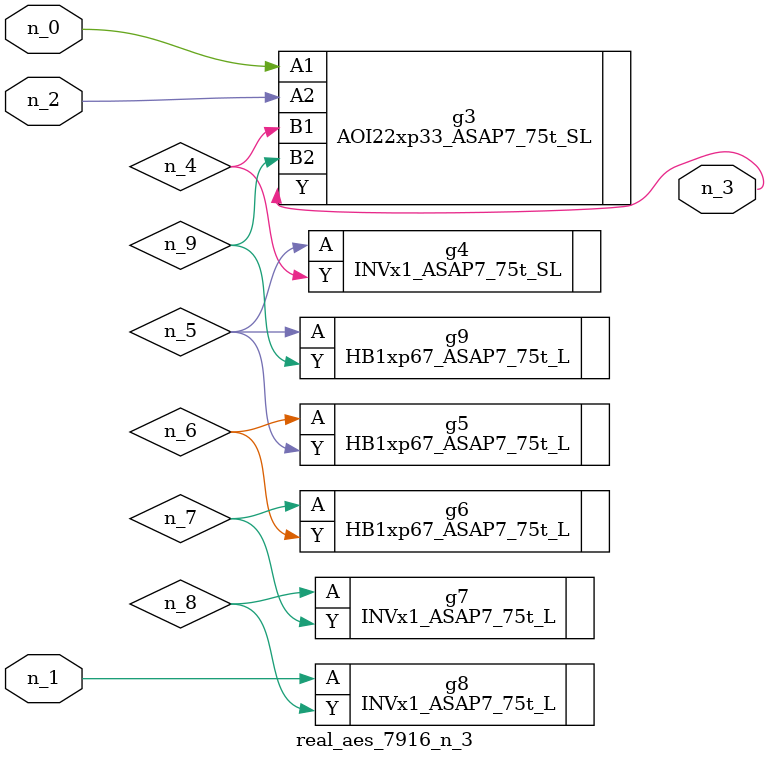
<source format=v>
module real_aes_7916_n_3 (n_0, n_2, n_1, n_3);
input n_0;
input n_2;
input n_1;
output n_3;
wire n_4;
wire n_5;
wire n_7;
wire n_9;
wire n_6;
wire n_8;
AOI22xp33_ASAP7_75t_SL g3 ( .A1(n_0), .A2(n_2), .B1(n_4), .B2(n_9), .Y(n_3) );
INVx1_ASAP7_75t_L g8 ( .A(n_1), .Y(n_8) );
INVx1_ASAP7_75t_SL g4 ( .A(n_5), .Y(n_4) );
HB1xp67_ASAP7_75t_L g9 ( .A(n_5), .Y(n_9) );
HB1xp67_ASAP7_75t_L g5 ( .A(n_6), .Y(n_5) );
HB1xp67_ASAP7_75t_L g6 ( .A(n_7), .Y(n_6) );
INVx1_ASAP7_75t_L g7 ( .A(n_8), .Y(n_7) );
endmodule
</source>
